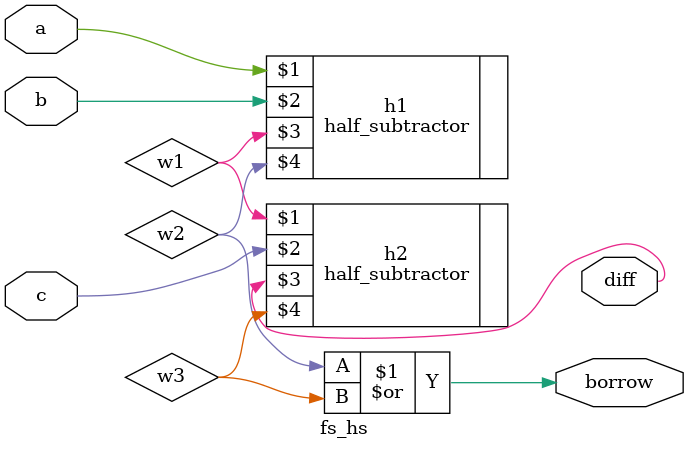
<source format=v>
`timescale 1ns / 1ps


module fs_hs(a,b,c,diff,borrow);
    input a,b,c;
    output diff,borrow;
    wire w1,w2,w3;
    
    half_subtractor h1(a,b,w1,w2);
    half_subtractor h2(w1,c,diff,w3);
    
    assign borrow = w2|w3;
endmodule

</source>
